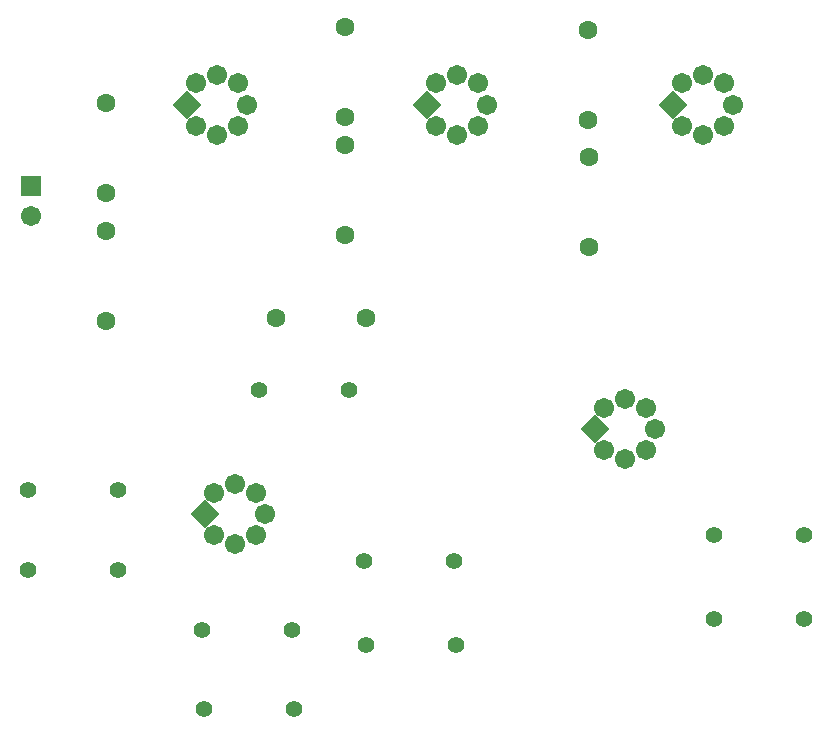
<source format=gts>
G04*
G04 #@! TF.GenerationSoftware,Altium Limited,Altium Designer,22.1.2 (22)*
G04*
G04 Layer_Color=8388736*
%FSLAX24Y24*%
%MOIN*%
G70*
G04*
G04 #@! TF.SameCoordinates,BC38142E-7A5A-4D3A-873C-174696484D8D*
G04*
G04*
G04 #@! TF.FilePolarity,Negative*
G04*
G01*
G75*
%ADD13R,0.0671X0.0671*%
%ADD14C,0.0671*%
%ADD15C,0.0552*%
%ADD16P,0.0948X4X90.0*%
%ADD17C,0.0671*%
%ADD18C,0.0631*%
D13*
X2300Y21950D02*
D03*
D14*
Y20950D02*
D03*
D15*
X28050Y10300D02*
D03*
X25050D02*
D03*
X28050Y7500D02*
D03*
X25050D02*
D03*
X8050Y4500D02*
D03*
X11050D02*
D03*
X16400Y9450D02*
D03*
X13400D02*
D03*
X5200Y11800D02*
D03*
X2200D02*
D03*
X9900Y15150D02*
D03*
X12900D02*
D03*
X5200Y9150D02*
D03*
X2200D02*
D03*
X8000Y7150D02*
D03*
X11000D02*
D03*
X16450Y6650D02*
D03*
X13450D02*
D03*
D16*
X21093Y13843D02*
D03*
X7500Y24650D02*
D03*
X23700D02*
D03*
X15500D02*
D03*
X8100Y11000D02*
D03*
D17*
X21386Y13136D02*
D03*
X22093Y12843D02*
D03*
X22800Y13136D02*
D03*
X23093Y13843D02*
D03*
X22800Y14550D02*
D03*
X22093Y14843D02*
D03*
X21386Y14550D02*
D03*
X7793Y23943D02*
D03*
X8500Y23650D02*
D03*
X9207Y23943D02*
D03*
X9500Y24650D02*
D03*
X9207Y25357D02*
D03*
X8500Y25650D02*
D03*
X7793Y25357D02*
D03*
X23993Y23943D02*
D03*
X24700Y23650D02*
D03*
X25407Y23943D02*
D03*
X25700Y24650D02*
D03*
X25407Y25357D02*
D03*
X24700Y25650D02*
D03*
X23993Y25357D02*
D03*
X15793Y23943D02*
D03*
X16500Y23650D02*
D03*
X17207Y23943D02*
D03*
X17500Y24650D02*
D03*
X17207Y25357D02*
D03*
X16500Y25650D02*
D03*
X15793Y25357D02*
D03*
X8393Y10293D02*
D03*
X9100Y10000D02*
D03*
X9807Y10293D02*
D03*
X10100Y11000D02*
D03*
X9807Y11707D02*
D03*
X9100Y12000D02*
D03*
X8393Y11707D02*
D03*
D18*
X4800Y24700D02*
D03*
Y21700D02*
D03*
Y20450D02*
D03*
Y17450D02*
D03*
X12750Y27250D02*
D03*
Y24250D02*
D03*
X20900Y22900D02*
D03*
Y19900D02*
D03*
X20850Y27150D02*
D03*
Y24150D02*
D03*
X12750Y23300D02*
D03*
Y20300D02*
D03*
X10450Y17550D02*
D03*
X13450D02*
D03*
M02*

</source>
